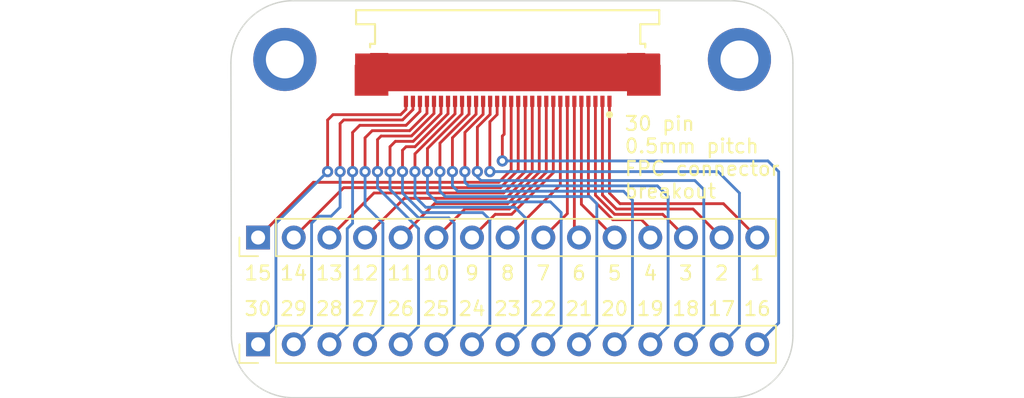
<source format=kicad_pcb>
(kicad_pcb (version 20211014) (generator pcbnew)
  (layers (0 "F.Cu" signal) (31 "B.Cu" signal) (34 "B.Paste" user) (35 "F.Paste" user) (36 "B.SilkS" user "B.Silkscreen") (37 "F.SilkS" user "F.Silkscreen") (38 "B.Mask" user) (39 "F.Mask" user) (44 "Edge.Cuts" user))
  (net 0 "")
  (footprint "MountingHole:MountingHole_2.7mm_M2.5_ISO14580_Pad_TopBottom" (layer "F.Cu") (at 142.24 89.535)
    (fp_text reference "REF**" hide)
    (fp_text value "MountingHole_2.7mm_M2.5_ISO14580_Pad_TopBottom")
    (pad "1" connect circle (at 0 0) (size 4.5 4.5) (layers "B.Cu" "B.Mask"))
    (pad "1" connect circle (at 0 0) (size 4.5 4.5) (layers "F.Cu" "F.Mask"))
    (pad "1" thru_hole circle (at 0 0) (size 3.1 3.1) (drill 2.7) (layers *.Cu *.Mask))
  )
  (footprint "MountingHole:MountingHole_2.7mm_M2.5_ISO14580_Pad_TopBottom" (layer "F.Cu") (at 174.625 89.535)
    (fp_text reference "REF**" hide)
    (fp_text value "MountingHole_2.7mm_M2.5_ISO14580_Pad_TopBottom")
    (pad "1" connect circle (at 0 0) (size 4.5 4.5) (layers "B.Cu" "B.Mask"))
    (pad "1" thru_hole circle (at 0 0) (size 3.1 3.1) (drill 2.7) (layers *.Cu *.Mask))
    (pad "1" connect circle (at 0 0) (size 4.5 4.5) (layers "F.Cu" "F.Mask"))
  )
  (footprint "alice_kicad_footprints:Molex-52435-3071-Manufacturer_Recommended" (layer "F.Cu") (at 158.115003 91.758908 180)
    (fp_text reference "REF**" hide)
    (fp_text value "" (at 0 0) (layer "F.SilkS") (effects (font (size 1.27 1.27))))
    (fp_poly (pts (xy -8.499998 -0.362003) (xy -10.899999 -0.362003) (xy -10.899999 1.837997) (xy -9.799998 1.837997) (xy -9.799998 2.687996) (xy -8.499998 2.687996)) (layer "F.Cu") (width 0) (fill solid))
    (fp_poly (pts (xy 8.500003 -0.362003) (xy 10.900004 -0.362003) (xy 10.900004 1.837997) (xy 9.800003 1.837997) (xy 9.800003 2.687996) (xy 8.500003 2.687996)) (layer "F.Cu") (width 0) (fill solid))
    (fp_line (start -9.800001 3.338251) (end -9.800001 3.088) (layer "F.SilkS") (width 0.15))
    (fp_line (start 9.450001 4.73775) (end 10.799862 4.73775) (layer "F.SilkS") (width 0.15))
    (fp_line (start -10.799999 4.737997) (end -10.799996 5.738015) (layer "F.SilkS") (width 0.15))
    (fp_line (start -10.799862 4.737748) (end -9.450001 4.737748) (layer "F.SilkS") (width 0.15))
    (fp_line (start 9.450001 3.338253) (end 9.800344 3.338253) (layer "F.SilkS") (width 0.15))
    (fp_line (start -10.799996 5.738015) (end 10.800001 5.737997) (layer "F.SilkS") (width 0.15))
    (fp_line (start -9.800344 3.338251) (end -9.450001 3.338251) (layer "F.SilkS") (width 0.15))
    (fp_line (start 9.450001 4.73775) (end 9.450001 3.338253) (layer "F.SilkS") (width 0.15))
    (fp_line (start 10.800001 5.737997) (end 10.800004 4.737997) (layer "F.SilkS") (width 0.15))
    (fp_line (start -9.450001 4.737748) (end -9.450001 3.338251) (layer "F.SilkS") (width 0.15))
    (fp_line (start 9.800001 3.338253) (end 9.800001 3.088002) (layer "F.SilkS") (width 0.15))
    (fp_circle (center -7.249998 -1.712003) (end -7.124997 -1.712003) (layer "F.SilkS") (width 0.249999) (fill none))
    (pad "1" smd rect locked (at -7.249998 -0.762003) (size 0.299999 0.800001) (layers "F.Cu" "F.Paste" "F.Mask"))
    (pad "2" smd rect locked (at -6.749999 -0.762003) (size 0.299999 0.800001) (layers "F.Cu" "F.Paste" "F.Mask"))
    (pad "3" smd rect locked (at -6.249998 -0.762003) (size 0.299999 0.800001) (layers "F.Cu" "F.Paste" "F.Mask"))
    (pad "4" smd rect locked (at -5.749999 -0.762003) (size 0.299999 0.800001) (layers "F.Cu" "F.Paste" "F.Mask"))
    (pad "5" smd rect locked (at -5.249997 -0.762003) (size 0.299999 0.800001) (layers "F.Cu" "F.Paste" "F.Mask"))
    (pad "6" smd rect locked (at -4.749998 -0.762003) (size 0.299999 0.800001) (layers "F.Cu" "F.Paste" "F.Mask"))
    (pad "7" smd rect locked (at -4.249999 -0.762003) (size 0.299999 0.800001) (layers "F.Cu" "F.Paste" "F.Mask"))
    (pad "8" smd rect locked (at -3.749998 -0.762003) (size 0.299999 0.800001) (layers "F.Cu" "F.Paste" "F.Mask"))
    (pad "9" smd rect locked (at -3.249999 -0.762003) (size 0.299999 0.800001) (layers "F.Cu" "F.Paste" "F.Mask"))
    (pad "10" smd rect locked (at -2.749997 -0.762003) (size 0.299999 0.800001) (layers "F.Cu" "F.Paste" "F.Mask"))
    (pad "11" smd rect locked (at -2.249998 -0.762003) (size 0.299999 0.800001) (layers "F.Cu" "F.Paste" "F.Mask"))
    (pad "12" smd rect locked (at -1.749999 -0.762003) (size 0.299999 0.800001) (layers "F.Cu" "F.Paste" "F.Mask"))
    (pad "13" smd rect locked (at -1.249998 -0.762003) (size 0.299999 0.800001) (layers "F.Cu" "F.Paste" "F.Mask"))
    (pad "14" smd rect locked (at -0.749999 -0.762003) (size 0.299999 0.800001) (layers "F.Cu" "F.Paste" "F.Mask"))
    (pad "15" smd rect locked (at -0.249997 -0.762003) (size 0.299999 0.800001) (layers "F.Cu" "F.Paste" "F.Mask"))
    (pad "16" smd rect locked (at 0.250002 -0.762003) (size 0.299999 0.800001) (layers "F.Cu" "F.Paste" "F.Mask"))
    (pad "17" smd rect locked (at 0.750001 -0.762003) (size 0.299999 0.800001) (layers "F.Cu" "F.Paste" "F.Mask"))
    (pad "18" smd rect locked (at 1.250003 -0.762003) (size 0.299999 0.800001) (layers "F.Cu" "F.Paste" "F.Mask"))
    (pad "19" smd rect locked (at 1.750002 -0.762003) (size 0.299999 0.800001) (layers "F.Cu" "F.Paste" "F.Mask"))
    (pad "20" smd rect locked (at 2.250003 -0.762003) (size 0.299999 0.800001) (layers "F.Cu" "F.Paste" "F.Mask"))
    (pad "21" smd rect locked (at 2.750002 -0.762003) (size 0.299999 0.800001) (layers "F.Cu" "F.Paste" "F.Mask"))
    (pad "22" smd rect locked (at 3.250001 -0.762003) (size 0.299999 0.800001) (layers "F.Cu" "F.Paste" "F.Mask"))
    (pad "23" smd rect locked (at 3.75 -0.762003) (size 0.299999 0.800001) (layers "F.Cu" "F.Paste" "F.Mask"))
    (pad "24" smd rect locked (at 4.250002 -0.762003) (size 0.299999 0.800001) (layers "F.Cu" "F.Paste" "F.Mask"))
    (pad "25" smd rect locked (at 4.750003 -0.762003) (size 0.299999 0.800001) (layers "F.Cu" "F.Paste" "F.Mask"))
    (pad "26" smd rect locked (at 5.250002 -0.762003) (size 0.299999 0.800001) (layers "F.Cu" "F.Paste" "F.Mask"))
    (pad "27" smd rect locked (at 5.750001 -0.762003) (size 0.299999 0.800001) (layers "F.Cu" "F.Paste" "F.Mask"))
    (pad "28" smd rect locked (at 6.25 -0.762003) (size 0.299999 0.800001) (layers "F.Cu" "F.Paste" "F.Mask"))
    (pad "29" smd rect locked (at 6.750002 -0.762003) (size 0.299999 0.800001) (layers "F.Cu" "F.Paste" "F.Mask"))
    (pad "30" smd rect locked (at 7.250003 -0.762003) (size 0.299999 0.800001) (layers "F.Cu" "F.Paste" "F.Mask"))
    (pad "MP1" smd rect locked (at -9.779 0.751997) (size 1.000001 1.000001) (layers "F.Cu" "F.Paste" "F.Mask"))
    (pad "MP2" smd rect locked (at 9.779 0.751997) (size 1.000001 1.000001) (layers "F.Cu" "F.Paste" "F.Mask"))
  )
  (footprint "Connector_PinHeader_2.54mm:PinHeader_1x15_P2.54mm_Vertical" (layer "F.Cu") (at 140.335 102.235 90)
    (fp_text reference "REF**" hide)
    (fp_text value "PinHeader_1x15_P2.54mm_Vertical" hide)
    (fp_line (start -1.33 0) (end -1.33 -1.33) (layer "F.SilkS") (width 0.12))
    (fp_line (start -1.33 36.89) (end 1.33 36.89) (layer "F.SilkS") (width 0.12))
    (fp_line (start -1.33 -1.33) (end 0 -1.33) (layer "F.SilkS") (width 0.12))
    (fp_line (start -1.33 1.27) (end -1.33 36.89) (layer "F.SilkS") (width 0.12))
    (fp_line (start -1.33 1.27) (end 1.33 1.27) (layer "F.SilkS") (width 0.12))
    (fp_line (start 1.33 1.27) (end 1.33 36.89) (layer "F.SilkS") (width 0.12))
    (pad "1" thru_hole rect (at 0 0 90) (size 1.7 1.7) (drill 1) (layers *.Cu *.Mask))
    (pad "2" thru_hole oval (at 0 2.54 90) (size 1.7 1.7) (drill 1) (layers *.Cu *.Mask))
    (pad "3" thru_hole oval (at 0 5.08 90) (size 1.7 1.7) (drill 1) (layers *.Cu *.Mask))
    (pad "4" thru_hole oval (at 0 7.62 90) (size 1.7 1.7) (drill 1) (layers *.Cu *.Mask))
    (pad "5" thru_hole oval (at 0 10.16 90) (size 1.7 1.7) (drill 1) (layers *.Cu *.Mask))
    (pad "6" thru_hole oval (at 0 12.7 90) (size 1.7 1.7) (drill 1) (layers *.Cu *.Mask))
    (pad "7" thru_hole oval (at 0 15.24 90) (size 1.7 1.7) (drill 1) (layers *.Cu *.Mask))
    (pad "8" thru_hole oval (at 0 17.78 90) (size 1.7 1.7) (drill 1) (layers *.Cu *.Mask))
    (pad "9" thru_hole oval (at 0 20.32 90) (size 1.7 1.7) (drill 1) (layers *.Cu *.Mask))
    (pad "10" thru_hole oval (at 0 22.86 90) (size 1.7 1.7) (drill 1) (layers *.Cu *.Mask))
    (pad "11" thru_hole oval (at 0 25.4 90) (size 1.7 1.7) (drill 1) (layers *.Cu *.Mask))
    (pad "12" thru_hole oval (at 0 27.94 90) (size 1.7 1.7) (drill 1) (layers *.Cu *.Mask))
    (pad "13" thru_hole oval (at 0 30.48 90) (size 1.7 1.7) (drill 1) (layers *.Cu *.Mask))
    (pad "14" thru_hole oval (at 0 33.02 90) (size 1.7 1.7) (drill 1) (layers *.Cu *.Mask))
    (pad "15" thru_hole oval (at 0 35.56 90) (size 1.7 1.7) (drill 1) (layers *.Cu *.Mask))
  )
  (footprint "Connector_PinHeader_2.54mm:PinHeader_1x15_P2.54mm_Vertical" (layer "F.Cu") (at 140.335 109.855 90)
    (fp_text reference "REF**" hide)
    (fp_text value "PinHeader_1x15_P2.54mm_Vertical" hide)
    (fp_line (start -1.33 0) (end -1.33 -1.33) (layer "F.SilkS") (width 0.12))
    (fp_line (start -1.33 36.89) (end 1.33 36.89) (layer "F.SilkS") (width 0.12))
    (fp_line (start 1.33 1.27) (end 1.33 36.89) (layer "F.SilkS") (width 0.12))
    (fp_line (start -1.33 1.27) (end -1.33 36.89) (layer "F.SilkS") (width 0.12))
    (fp_line (start -1.33 1.27) (end 1.33 1.27) (layer "F.SilkS") (width 0.12))
    (fp_line (start -1.33 -1.33) (end 0 -1.33) (layer "F.SilkS") (width 0.12))
    (pad "1" thru_hole rect (at 0 0 90) (size 1.7 1.7) (drill 1) (layers *.Cu *.Mask))
    (pad "2" thru_hole oval (at 0 2.54 90) (size 1.7 1.7) (drill 1) (layers *.Cu *.Mask))
    (pad "3" thru_hole oval (at 0 5.08 90) (size 1.7 1.7) (drill 1) (layers *.Cu *.Mask))
    (pad "4" thru_hole oval (at 0 7.62 90) (size 1.7 1.7) (drill 1) (layers *.Cu *.Mask))
    (pad "5" thru_hole oval (at 0 10.16 90) (size 1.7 1.7) (drill 1) (layers *.Cu *.Mask))
    (pad "6" thru_hole oval (at 0 12.7 90) (size 1.7 1.7) (drill 1) (layers *.Cu *.Mask))
    (pad "7" thru_hole oval (at 0 15.24 90) (size 1.7 1.7) (drill 1) (layers *.Cu *.Mask))
    (pad "8" thru_hole oval (at 0 17.78 90) (size 1.7 1.7) (drill 1) (layers *.Cu *.Mask))
    (pad "9" thru_hole oval (at 0 20.32 90) (size 1.7 1.7) (drill 1) (layers *.Cu *.Mask))
    (pad "10" thru_hole oval (at 0 22.86 90) (size 1.7 1.7) (drill 1) (layers *.Cu *.Mask))
    (pad "11" thru_hole oval (at 0 25.4 90) (size 1.7 1.7) (drill 1) (layers *.Cu *.Mask))
    (pad "12" thru_hole oval (at 0 27.94 90) (size 1.7 1.7) (drill 1) (layers *.Cu *.Mask))
    (pad "13" thru_hole oval (at 0 30.48 90) (size 1.7 1.7) (drill 1) (layers *.Cu *.Mask))
    (pad "14" thru_hole oval (at 0 33.02 90) (size 1.7 1.7) (drill 1) (layers *.Cu *.Mask))
    (pad "15" thru_hole oval (at 0 35.56 90) (size 1.7 1.7) (drill 1) (layers *.Cu *.Mask))
  )
  (gr_rect (start 147.32 91.725911) (end 168.91 89.185911) (layer "F.Cu") (width 0.15) (fill solid))
  (gr_line (start 173.99 85.344) (end 142.84309 85.344) (layer "Edge.Cuts") (width 0.1))
  (gr_line (start 142.875 113.665) (end 173.99 113.665) (layer "Edge.Cuts") (width 0.1))
  (gr_line (start 178.435 109.22) (end 178.435 89.789) (layer "Edge.Cuts") (width 0.1))
  (gr_arc (start 138.39809 89.789) (mid 139.7 86.64591) (end 142.84309 85.344) (layer "Edge.Cuts") (width 0.1))
  (gr_line (start 138.39809 89.789) (end 138.43 109.22) (layer "Edge.Cuts") (width 0.1))
  (gr_arc (start 173.99 85.344) (mid 177.13309 86.64591) (end 178.435 89.789) (layer "Edge.Cuts") (width 0.1))
  (gr_arc (start 142.875 113.665) (mid 139.73191 112.36309) (end 138.43 109.22) (layer "Edge.Cuts") (width 0.1))
  (gr_arc (start 178.435 109.22) (mid 177.13309 112.36309) (end 173.99 113.665) (layer "Edge.Cuts") (width 0.1))
  (gr_text "7" (at 160.655 104.775) (layer "F.SilkS") (effects (font (size 1 1))))
  (gr_text "26" (at 150.495 107.315) (layer "F.SilkS") (effects (font (size 1 1))))
  (gr_text "11" (at 150.495 104.775) (layer "F.SilkS") (effects (font (size 1 1))))
  (gr_text "14" (at 142.875 104.775) (layer "F.SilkS") (effects (font (size 1 1))))
  (gr_text "18" (at 170.815 107.315) (layer "F.SilkS") (effects (font (size 1 1))))
  (gr_text "17" (at 173.355 107.315) (layer "F.SilkS") (effects (font (size 1 1))))
  (gr_text "28" (at 145.415 107.315) (layer "F.SilkS") (effects (font (size 1 1))))
  (gr_text "8" (at 158.115 104.775) (layer "F.SilkS") (effects (font (size 1 1))))
  (gr_text "30 pin\n0.5mm pitch\nFPC connector\nbreakout" (at 166.37 96.52) (layer "F.SilkS") (effects (font (size 1 1)) (justify left)))
  (gr_text "27" (at 147.955 107.315) (layer "F.SilkS") (effects (font (size 1 1))))
  (gr_text "9" (at 155.575 104.775) (layer "F.SilkS") (effects (font (size 1 1))))
  (gr_text "10" (at 153.035 104.775) (layer "F.SilkS") (effects (font (size 1 1))))
  (gr_text "20" (at 165.735 107.315) (layer "F.SilkS") (effects (font (size 1 1))))
  (gr_text "4" (at 168.275 104.775) (layer "F.SilkS") (effects (font (size 1 1))))
  (gr_text "16" (at 175.895 107.315) (layer "F.SilkS") (effects (font (size 1 1))))
  (gr_text "13" (at 145.415 104.775) (layer "F.SilkS") (effects (font (size 1 1))))
  (gr_text "15" (at 140.335 104.775) (layer "F.SilkS") (effects (font (size 1 1))))
  (gr_text "1" (at 175.895 104.775) (layer "F.SilkS") (effects (font (size 1 1))))
  (gr_text "12" (at 147.955 104.775) (layer "F.SilkS") (effects (font (size 1 1))))
  (gr_text "29" (at 142.875 107.315) (layer "F.SilkS") (effects (font (size 1 1))))
  (gr_text "25" (at 153.035 107.315) (layer "F.SilkS") (effects (font (size 1 1))))
  (gr_text "30" (at 140.335 107.315) (layer "F.SilkS") (effects (font (size 1 1))))
  (gr_text "22" (at 160.655 107.315) (layer "F.SilkS") (effects (font (size 1 1))))
  (gr_text "3" (at 170.815 104.775) (layer "F.SilkS") (effects (font (size 1 1))))
  (gr_text "6" (at 163.195 104.775) (layer "F.SilkS") (effects (font (size 1 1))))
  (gr_text "21" (at 163.195 107.315) (layer "F.SilkS") (effects (font (size 1 1))))
  (gr_text "19" (at 168.275 107.315) (layer "F.SilkS") (effects (font (size 1 1))))
  (gr_text "5" (at 165.735 104.775) (layer "F.SilkS") (effects (font (size 1 1))))
  (gr_text "23" (at 158.115 107.315) (layer "F.SilkS") (effects (font (size 1 1))))
  (gr_text "24" (at 155.575 107.315) (layer "F.SilkS") (effects (font (size 1 1))))
  (gr_text "2" (at 173.355 104.775) (layer "F.SilkS") (effects (font (size 1 1))))
  (segment (start 168.275 101.6) (end 168.275 102.235) (width 0.2) (layer "F.Cu") (net 0))
  (segment (start 161.865001 98.484999) (end 161.865001 92.520911) (width 0.2) (layer "F.Cu") (net 0))
  (segment (start 153.289 95.504) (end 153.289 97.536) (width 0.2) (layer "F.Cu") (net 0))
  (segment (start 155.956 94.361) (end 155.956 97.536) (width 0.2) (layer "F.Cu") (net 0))
  (segment (start 152.908 99.822) (end 158.115 99.822) (width 0.2) (layer "F.Cu") (net 0))
  (segment (start 157.365002 92.520911) (end 157.365002 93.459998) (width 0.2) (layer "F.Cu") (net 0))
  (segment (start 154.365003 92.520911) (end 154.365003 93.411997) (width 0.2) (layer "F.Cu") (net 0))
  (segment (start 147.955 102.235) (end 150.749 99.441) (width 0.2) (layer "F.Cu") (net 0))
  (segment (start 153.865001 92.520911) (end 153.865001 93.403999) (width 0.2) (layer "F.Cu") (net 0))
  (segment (start 151.865003 93.244997) (end 150.876 94.234) (width 0.2) (layer "F.Cu") (net 0))
  (segment (start 151.13 94.615) (end 148.463 94.615) (width 0.2) (layer "F.Cu") (net 0))
  (segment (start 150.749 99.441) (end 157.988 99.441) (width 0.2) (layer "F.Cu") (net 0))
  (segment (start 155.067 100.203) (end 158.242 100.203) (width 0.2) (layer "F.Cu") (net 0))
  (segment (start 150.865 93.102) (end 150.495 93.472) (width 0.2) (layer "F.Cu") (net 0))
  (segment (start 163.365 99.865) (end 165.735 102.235) (width 0.2) (layer "F.Cu") (net 0))
  (segment (start 164.365001 99.214001) (end 164.365001 92.520911) (width 0.2) (layer "F.Cu") (net 0))
  (segment (start 171.323 100.203) (end 165.862 100.203) (width 0.2) (layer "F.Cu") (net 0))
  (segment (start 153.865001 93.403999) (end 151.511 95.758) (width 0.2) (layer "F.Cu") (net 0))
  (segment (start 165.365001 92.520911) (end 165.365001 99.071001) (width 0.2) (layer "F.Cu") (net 0))
  (segment (start 150.495 93.472) (end 145.669 93.472) (width 0.2) (layer "F.Cu") (net 0))
  (segment (start 156.865 92.520911) (end 156.865 93.452) (width 0.2) (layer "F.Cu") (net 0))
  (segment (start 153.365 92.520911) (end 153.365 93.396) (width 0.2) (layer "F.Cu") (net 0))
  (segment (start 150.865 92.520911) (end 150.865 93.102) (width 0.2) (layer "F.Cu") (net 0))
  (segment (start 167.64 100.965) (end 168.275 101.6) (width 0.2) (layer "F.Cu") (net 0))
  (segment (start 146.177 94.107) (end 146.431 93.853) (width 0.2) (layer "F.Cu") (net 0))
  (segment (start 161.365002 97.611002) (end 161.365002 92.520911) (width 0.2) (layer "F.Cu") (net 0))
  (segment (start 159.865002 97.563998) (end 159.865002 92.520911) (width 0.2) (layer "F.Cu") (net 0))
  (segment (start 155.365001 93.427999) (end 153.289 95.504) (width 0.2) (layer "F.Cu") (net 0))
  (segment (start 158.365 92.520911) (end 158.365 97.413) (width 0.2) (layer "F.Cu") (net 0))
  (segment (start 144.272 98.298) (end 140.335 102.235) (width 0.2) (layer "F.Cu") (net 0))
  (segment (start 150.495 102.235) (end 152.908 99.822) (width 0.2) (layer "F.Cu") (net 0))
  (segment (start 149.733 95.758) (end 149.733 97.536) (width 0.2) (layer "F.Cu") (net 0))
  (segment (start 148.59 99.06) (end 157.821002 99.06) (width 0.2) (layer "F.Cu") (net 0))
  (segment (start 165.735 100.584) (end 164.365001 99.214001) (width 0.2) (layer "F.Cu") (net 0))
  (segment (start 163.865002 92.520911) (end 163.865002 99.222002) (width 0.2) (layer "F.Cu") (net 0))
  (segment (start 148.463 94.615) (end 147.955 95.123) (width 0.2) (layer "F.Cu") (net 0))
  (segment (start 145.669 93.472) (end 145.288 93.853) (width 0.2) (layer "F.Cu") (net 0))
  (segment (start 151.511 96.266) (end 151.511 97.536) (width 0.2) (layer "F.Cu") (net 0))
  (segment (start 170.815 102.235) (end 169.164 100.584) (width 0.2) (layer "F.Cu") (net 0))
  (segment (start 155.365001 92.520911) (end 155.365001 93.427999) (width 0.2) (layer "F.Cu") (net 0))
  (segment (start 146.431 98.679) (end 157.607 98.679) (width 0.2) (layer "F.Cu") (net 0))
  (segment (start 165.365001 99.071001) (end 166.116 99.822) (width 0.2) (layer "F.Cu") (net 0))
  (segment (start 145.288 93.853) (end 145.288 97.536) (width 0.2) (layer "F.Cu") (net 0))
  (segment (start 150.622 96.012) (end 150.622 97.536) (width 0.2) (layer "F.Cu") (net 0))
  (segment (start 146.177 97.536) (end 146.177 94.107) (width 0.2) (layer "F.Cu") (net 0))
  (segment (start 166.116 99.822) (end 173.482 99.822) (width 0.2) (layer "F.Cu") (net 0))
  (segment (start 157.734 94.996) (end 157.865001 94.864999) (width 0.2) (layer "F.Cu") (net 0))
  (segment (start 157.48 98.298) (end 144.272 98.298) (width 0.2) (layer "F.Cu") (net 0))
  (segment (start 151.257 94.996) (end 149.098 94.996) (width 0.2) (layer "F.Cu") (net 0))
  (segment (start 158.115 102.235) (end 161.865001 98.484999) (width 0.2) (layer "F.Cu") (net 0))
  (segment (start 148.844 95.25) (end 148.844 97.536) (width 0.2) (layer "F.Cu") (net 0))
  (segment (start 162.365002 92.520911) (end 162.365002 100.524998) (width 0.2) (layer "F.Cu") (net 0))
  (segment (start 150.876 94.234) (end 147.574 94.234) (width 0.2) (layer "F.Cu") (net 0))
  (segment (start 158.365 97.413) (end 157.48 98.298) (width 0.2) (layer "F.Cu") (net 0))
  (segment (start 152.4 95.885) (end 152.4 97.536) (width 0.2) (layer "F.Cu") (net 0))
  (segment (start 155.865 93.436) (end 155.865 92.520911) (width 0.2) (layer "F.Cu") (net 0))
  (segment (start 159.365001 97.516001) (end 159.365001 92.520911) (width 0.2) (layer "F.Cu") (net 0))
  (segment (start 158.242 100.203) (end 160.865 97.58) (width 0.2) (layer "F.Cu") (net 0))
  (segment (start 152.365002 93.379998) (end 151.13 94.615) (width 0.2) (layer "F.Cu") (net 0))
  (segment (start 160.365001 97.571999) (end 160.365001 92.520911) (width 0.2) (layer "F.Cu") (net 0))
  (segment (start 147.066 94.742) (end 147.574 94.234) (width 0.2) (layer "F.Cu") (net 0))
  (segment (start 152.865001 93.387999) (end 151.257 94.996) (width 0.2) (layer "F.Cu") (net 0))
  (segment (start 151.865003 92.520911) (end 151.865003 93.244997) (width 0.2) (layer "F.Cu") (net 0))
  (segment (start 155.067 94.742) (end 156.365001 93.443999) (width 0.2) (layer "F.Cu") (net 0))
  (segment (start 173.355 102.235) (end 171.323 100.203) (width 0.2) (layer "F.Cu") (net 0))
  (segment (start 163.865002 99.222002) (end 165.608 100.965) (width 0.2) (layer "F.Cu") (net 0))
  (segment (start 150.876 95.758) (end 150.622 96.012) (width 0.2) (layer "F.Cu") (net 0))
  (segment (start 162.365002 100.524998) (end 160.655 102.235) (width 0.2) (layer "F.Cu") (net 0))
  (segment (start 151.511 95.758) (end 150.876 95.758) (width 0.2) (layer "F.Cu") (net 0))
  (segment (start 169.164 100.584) (end 165.735 100.584) (width 0.2) (layer "F.Cu") (net 0))
  (segment (start 147.066 94.742) (end 147.066 97.536) (width 0.2) (layer "F.Cu") (net 0))
  (segment (start 154.865002 92.520911) (end 154.865002 93.419998) (width 0.2) (layer "F.Cu") (net 0))
  (segment (start 158.865002 97.420998) (end 158.865002 92.520911) (width 0.2) (layer "F.Cu") (net 0))
  (segment (start 157.734 96.774) (end 157.734 94.996) (width 0.2) (layer "F.Cu") (net 0))
  (segment (start 165.862 100.203) (end 164.865002 99.206002) (width 0.2) (layer "F.Cu") (net 0))
  (segment (start 147.955 95.123) (end 147.955 97.536) (width 0.2) (layer "F.Cu") (net 0))
  (segment (start 157.988 99.441) (end 159.865002 97.563998) (width 0.2) (layer "F.Cu") (net 0))
  (segment (start 154.365003 93.411997) (end 151.511 96.266) (width 0.2) (layer "F.Cu") (net 0))
  (segment (start 156.845 93.98) (end 156.845 97.536) (width 0.2) (layer "F.Cu") (net 0))
  (segment (start 155.067 97.536) (end 155.067 94.742) (width 0.2) (layer "F.Cu") (net 0))
  (segment (start 156.365001 93.443999) (end 156.365001 92.520911) (width 0.2) (layer "F.Cu") (net 0))
  (segment (start 162.865001 92.520911) (end 162.865001 101.905001) (width 0.2) (layer "F.Cu") (net 0))
  (segment (start 150.622 93.853) (end 146.431 93.853) (width 0.2) (layer "F.Cu") (net 0))
  (segment (start 157.607 98.679) (end 158.865002 97.420998) (width 0.2) (layer "F.Cu") (net 0))
  (segment (start 158.115 99.822) (end 160.365001 97.571999) (width 0.2) (layer "F.Cu") (net 0))
  (segment (start 154.178 97.536) (end 154.178 95.123) (width 0.2) (layer "F.Cu") (net 0))
  (segment (start 151.365001 92.520911) (end 151.365001 93.109999) (width 0.2) (layer "F.Cu") (net 0))
  (segment (start 163.365 92.520911) (end 163.365 99.865) (width 0.2) (layer "F.Cu") (net 0))
  (segment (start 154.178 95.123) (end 155.865 93.436) (width 0.2) (layer "F.Cu") (net 0))
  (segment (start 156.865 93.452) (end 155.956 94.361) (width 0.2) (layer "F.Cu") (net 0))
  (segment (start 164.865002 99.206002) (end 164.865002 92.520911) (width 0.2) (layer "F.Cu") (net 0))
  (segment (start 149.098 94.996) (end 148.844 95.25) (width 0.2) (layer "F.Cu") (net 0))
  (segment (start 162.865001 101.905001) (end 163.195 102.235) (width 0.2) (layer "F.Cu") (net 0))
  (segment (start 154.865002 93.419998) (end 152.4 95.885) (width 0.2) (layer "F.Cu") (net 0))
  (segment (start 153.365 93.396) (end 151.384 95.377) (width 0.2) (layer "F.Cu") (net 0))
  (segment (start 150.114 95.377) (end 149.733 95.758) (width 0.2) (layer "F.Cu") (net 0))
  (segment (start 142.875 102.235) (end 146.431 98.679) (width 0.2) (layer "F.Cu") (net 0))
  (segment (start 152.365002 92.520911) (end 152.365002 93.379998) (width 0.2) (layer "F.Cu") (net 0))
  (segment (start 145.415 102.235) (end 148.59 99.06) (width 0.2) (layer "F.Cu") (net 0))
  (segment (start 173.482 99.822) (end 175.895 102.235) (width 0.2) (layer "F.Cu") (net 0))
  (segment (start 152.865001 92.520911) (end 152.865001 93.387999) (width 0.2) (layer "F.Cu") (net 0))
  (segment (start 157.821002 99.06) (end 159.365001 97.516001) (width 0.2) (layer "F.Cu") (net 0))
  (segment (start 151.384 95.377) (end 150.114 95.377) (width 0.2) (layer "F.Cu") (net 0))
  (segment (start 155.575 102.235) (end 157.226 100.584) (width 0.2) (layer "F.Cu") (net 0))
  (segment (start 153.035 102.235) (end 155.067 100.203) (width 0.2) (layer "F.Cu") (net 0))
  (segment (start 157.865001 92.520911) (end 157.865001 94.864999) (width 0.2) (layer "F.Cu") (net 0))
  (segment (start 157.365002 93.459998) (end 156.845 93.98) (width 0.2) (layer "F.Cu") (net 0))
  (segment (start 160.865 97.58) (end 160.865 92.520911) (width 0.2) (layer "F.Cu") (net 0))
  (segment (start 165.608 100.965) (end 167.64 100.965) (width 0.2) (layer "F.Cu") (net 0))
  (segment (start 158.392004 100.584) (end 161.365002 97.611002) (width 0.2) (layer "F.Cu") (net 0))
  (segment (start 151.365001 93.109999) (end 150.622 93.853) (width 0.2) (layer "F.Cu") (net 0))
  (segment (start 157.226 100.584) (end 158.392004 100.584) (width 0.2) (layer "F.Cu") (net 0))
  (via (at 155.956 97.536) (size 0.8) (drill 0.4) (layers "F.Cu" "B.Cu") (net 0))
  (via (at 155.067 97.536) (size 0.8) (drill 0.4) (layers "F.Cu" "B.Cu") (net 0))
  (via (at 156.845 97.536) (size 0.8) (drill 0.4) (layers "F.Cu" "B.Cu") (net 0))
  (via (at 146.177 97.536) (size 0.8) (drill 0.4) (layers "F.Cu" "B.Cu") (net 0))
  (via (at 153.289 97.536) (size 0.8) (drill 0.4) (layers "F.Cu" "B.Cu") (net 0))
  (via (at 145.288 97.536) (size 0.8) (drill 0.4) (layers "F.Cu" "B.Cu") (net 0))
  (via (at 149.733 97.536) (size 0.8) (drill 0.4) (layers "F.Cu" "B.Cu") (net 0))
  (via (at 154.178 97.536) (size 0.8) (drill 0.4) (layers "F.Cu" "B.Cu") (net 0))
  (via (at 148.844 97.536) (size 0.8) (drill 0.4) (layers "F.Cu" "B.Cu") (net 0))
  (via (at 152.4 97.536) (size 0.8) (drill 0.4) (layers "F.Cu" "B.Cu") (net 0))
  (via (at 150.622 97.536) (size 0.8) (drill 0.4) (layers "F.Cu" "B.Cu") (net 0))
  (via (at 151.511 97.536) (size 0.8) (drill 0.4) (layers "F.Cu" "B.Cu") (net 0))
  (via (at 147.955 97.536) (size 0.8) (drill 0.4) (layers "F.Cu" "B.Cu") (net 0))
  (via (at 157.734 96.774) (size 0.8) (drill 0.4) (layers "F.Cu" "B.Cu") (net 0))
  (via (at 147.066 97.536) (size 0.8) (drill 0.4) (layers "F.Cu" "B.Cu") (net 0))
  (segment (start 171.45 98.171) (end 156.21 98.171) (width 0.2) (layer "B.Cu") (net 0))
  (segment (start 161.925 100.457) (end 161.925 108.585) (width 0.2) (layer "B.Cu") (net 0))
  (segment (start 152.4 99.06) (end 153.035 99.695) (width 0.2) (layer "B.Cu") (net 0))
  (segment (start 177.419 97.536) (end 177.419 108.331) (width 0.2) (layer "B.Cu") (net 0))
  (segment (start 169.545 99.314) (end 169.545 108.585) (width 0.2) (layer "B.Cu") (net 0))
  (segment (start 167.005 108.585) (end 165.735 109.855) (width 0.2) (layer "B.Cu") (net 0))
  (segment (start 164.465 99.822) (end 164.465 108.585) (width 0.2) (layer "B.Cu") (net 0))
  (segment (start 159.385 108.585) (end 158.115 109.855) (width 0.2) (layer "B.Cu") (net 0))
  (segment (start 147.955 97.536) (end 147.955 99.949) (width 0.2) (layer "B.Cu") (net 0))
  (segment (start 156.845 100.965) (end 156.845 108.585) (width 0.2) (layer "B.Cu") (net 0))
  (segment (start 146.177 100.076) (end 145.542 100.711) (width 0.2) (layer "B.Cu") (net 0))
  (segment (start 155.321 98.552) (end 168.783 98.552) (width 0.2) (layer "B.Cu") (net 0))
  (segment (start 147.066 97.536) (end 147.066 101.219) (width 0.2) (layer "B.Cu") (net 0))
  (segment (start 146.685 101.6) (end 146.685 108.585) (width 0.2) (layer "B.Cu") (net 0))
  (segment (start 170.815 109.855) (end 172.085 108.585) (width 0.2) (layer "B.Cu") (net 0))
  (segment (start 152.4 97.536) (end 152.4 99.06) (width 0.2) (layer "B.Cu") (net 0))
  (segment (start 141.605 101.219) (end 141.605 108.585) (width 0.2) (layer "B.Cu") (net 0))
  (segment (start 172.085 98.806) (end 171.45 98.171) (width 0.2) (layer "B.Cu") (net 0))
  (segment (start 174.625 99.06) (end 174.625 108.585) (width 0.2) (layer "B.Cu") (net 0))
  (segment (start 164.465 108.585) (end 163.195 109.855) (width 0.2) (layer "B.Cu") (net 0))
  (segment (start 156.845 97.536) (end 173.101 97.536) (width 0.2) (layer "B.Cu") (net 0))
  (segment (start 144.145 108.585) (end 142.875 109.855) (width 0.2) (layer "B.Cu") (net 0))
  (segment (start 161.163 99.695) (end 161.925 100.457) (width 0.2) (layer "B.Cu") (net 0))
  (segment (start 145.288 97.536) (end 141.605 101.219) (width 0.2) (layer "B.Cu") (net 0))
  (segment (start 158.623 100.076) (end 159.385 100.838) (width 0.2) (layer "B.Cu") (net 0))
  (segment (start 141.605 108.585) (end 140.335 109.855) (width 0.2) (layer "B.Cu") (net 0))
  (segment (start 172.085 108.585) (end 172.085 98.806) (width 0.2) (layer "B.Cu") (net 0))
  (segment (start 156.21 98.171) (end 155.956 97.917) (width 0.2) (layer "B.Cu") (net 0))
  (segment (start 153.035 99.695) (end 161.163 99.695) (width 0.2) (layer "B.Cu") (net 0))
  (segment (start 145.542 100.711) (end 144.653 100.711) (width 0.2) (layer "B.Cu") (net 0))
  (segment (start 173.101 97.536) (end 174.625 99.06) (width 0.2) (layer "B.Cu") (net 0))
  (segment (start 147.955 99.949) (end 149.225 101.219) (width 0.2) (layer "B.Cu") (net 0))
  (segment (start 153.924 100.838) (end 154.305 101.219) (width 0.2) (layer "B.Cu") (net 0))
  (segment (start 151.765 100.838) (end 153.924 100.838) (width 0.2) (layer "B.Cu") (net 0))
  (segment (start 154.305 101.219) (end 154.305 108.585) (width 0.2) (layer "B.Cu") (net 0))
  (segment (start 157.734 96.774) (end 176.657 96.774) (width 0.2) (layer "B.Cu") (net 0))
  (segment (start 144.653 100.711) (end 144.145 101.219) (width 0.2) (layer "B.Cu") (net 0))
  (segment (start 144.145 101.219) (end 144.145 108.585) (width 0.2) (layer "B.Cu") (net 0))
  (segment (start 167.005 99.568) (end 167.005 108.585) (width 0.2) (layer "B.Cu") (net 0))
  (segment (start 149.733 97.536) (end 149.733 98.806) (width 0.2) (layer "B.Cu") (net 0))
  (segment (start 163.957 99.314) (end 164.465 99.822) (width 0.2) (layer "B.Cu") (net 0))
  (segment (start 176.657 96.774) (end 177.419 97.536) (width 0.2) (layer "B.Cu") (net 0))
  (segment (start 151.511 97.536) (end 151.511 99.314) (width 0.2) (layer "B.Cu") (net 0))
  (segment (start 150.622 99.06) (end 152.019 100.457) (width 0.2) (layer "B.Cu") (net 0))
  (segment (start 177.419 108.331) (end 175.895 109.855) (width 0.2) (layer "B.Cu") (net 0))
  (segment (start 151.765 108.585) (end 150.495 109.855) (width 0.2) (layer "B.Cu") (net 0))
  (segment (start 154.178 98.552) (end 154.559 98.933) (width 0.2) (layer "B.Cu") (net 0))
  (segment (start 146.685 108.585) (end 145.415 109.855) (width 0.2) (layer "B.Cu") (net 0))
  (segment (start 151.765 101.6) (end 151.765 108.585) (width 0.2) (layer "B.Cu") (net 0))
  (segment (start 154.305 108.585) (end 153.035 109.855) (width 0.2) (layer "B.Cu") (net 0))
  (segment (start 166.37 98.933) (end 167.005 99.568) (width 0.2) (layer "B.Cu") (net 0))
  (segment (start 156.337 100.457) (end 156.845 100.965) (width 0.2) (layer "B.Cu") (net 0))
  (segment (start 154.178 97.536) (end 154.178 98.552) (width 0.2) (layer "B.Cu") (net 0))
  (segment (start 161.925 108.585) (end 160.655 109.855) (width 0.2) (layer "B.Cu") (net 0))
  (segment (start 153.289 97.536) (end 153.289 98.933) (width 0.2) (layer "B.Cu") (net 0))
  (segment (start 152.273 100.076) (end 158.623 100.076) (width 0.2) (layer "B.Cu") (net 0))
  (segment (start 155.067 98.298) (end 155.321 98.552) (width 0.2) (layer "B.Cu") (net 0))
  (segment (start 153.67 99.314) (end 163.957 99.314) (width 0.2) (layer "B.Cu") (net 0))
  (segment (start 148.844 98.679) (end 151.765 101.6) (width 0.2) (layer "B.Cu") (net 0))
  (segment (start 155.067 97.536) (end 155.067 98.298) (width 0.2) (layer "B.Cu") (net 0))
  (segment (start 147.066 101.219) (end 146.685 101.6) (width 0.2) (layer "B.Cu") (net 0))
  (segment (start 146.177 97.536) (end 146.177 100.076) (width 0.2) (layer "B.Cu") (net 0))
  (segment (start 148.844 97.536) (end 148.844 98.679) (width 0.2) (layer "B.Cu") (net 0))
  (segment (start 150.622 97.536) (end 150.622 99.06) (width 0.2) (layer "B.Cu") (net 0))
  (segment (start 152.019 100.457) (end 156.337 100.457) (width 0.2) (layer "B.Cu") (net 0))
  (segment (start 149.225 108.585) (end 147.955 109.855) (width 0.2) (layer "B.Cu") (net 0))
  (segment (start 156.845 108.585) (end 155.575 109.855) (width 0.2) (layer "B.Cu") (net 0))
  (segment (start 151.511 99.314) (end 152.273 100.076) (width 0.2) (layer "B.Cu") (net 0))
  (segment (start 169.545 108.585) (end 168.275 109.855) (width 0.2) (layer "B.Cu") (net 0))
  (segment (start 159.385 100.838) (end 159.385 108.585) (width 0.2) (layer "B.Cu") (net 0))
  (segment (start 153.289 98.933) (end 153.67 99.314) (width 0.2) (layer "B.Cu") (net 0))
  (segment (start 174.625 108.585) (end 173.355 109.855) (width 0.2) (layer "B.Cu") (net 0))
  (segment (start 168.783 98.552) (end 169.545 99.314) (width 0.2) (layer "B.Cu") (net 0))
  (segment (start 149.733 98.806) (end 151.765 100.838) (width 0.2) (layer "B.Cu") (net 0))
  (segment (start 154.559 98.933) (end 166.37 98.933) (width 0.2) (layer "B.Cu") (net 0))
  (segment (start 149.225 101.219) (end 149.225 108.585) (width 0.2) (layer "B.Cu") (net 0))
  (segment (start 155.956 97.917) (end 155.956 97.536) (width 0.2) (layer "B.Cu") (net 0))
)
</source>
